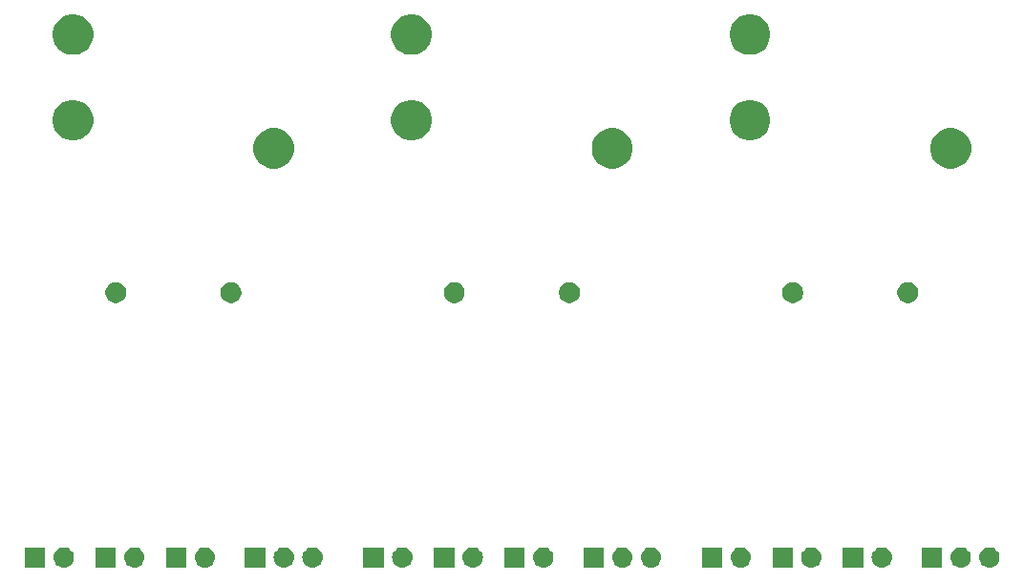
<source format=gbs>
G04 #@! TF.GenerationSoftware,KiCad,Pcbnew,(5.1.4)-1*
G04 #@! TF.CreationDate,2021-09-06T11:03:46-04:00*
G04 #@! TF.ProjectId,relay_array,72656c61-795f-4617-9272-61792e6b6963,rev?*
G04 #@! TF.SameCoordinates,Original*
G04 #@! TF.FileFunction,Soldermask,Bot*
G04 #@! TF.FilePolarity,Negative*
%FSLAX46Y46*%
G04 Gerber Fmt 4.6, Leading zero omitted, Abs format (unit mm)*
G04 Created by KiCad (PCBNEW (5.1.4)-1) date 2021-09-06 11:03:46*
%MOMM*%
%LPD*%
G04 APERTURE LIST*
%ADD10C,0.100000*%
G04 APERTURE END LIST*
D10*
G36*
X134901000Y-136901000D02*
G01*
X133099000Y-136901000D01*
X133099000Y-135099000D01*
X134901000Y-135099000D01*
X134901000Y-136901000D01*
X134901000Y-136901000D01*
G37*
G36*
X207401000Y-136901000D02*
G01*
X205599000Y-136901000D01*
X205599000Y-135099000D01*
X207401000Y-135099000D01*
X207401000Y-136901000D01*
X207401000Y-136901000D01*
G37*
G36*
X209150442Y-135105518D02*
G01*
X209216627Y-135112037D01*
X209386466Y-135163557D01*
X209542991Y-135247222D01*
X209578729Y-135276552D01*
X209680186Y-135359814D01*
X209763448Y-135461271D01*
X209792778Y-135497009D01*
X209876443Y-135653534D01*
X209927963Y-135823373D01*
X209945359Y-136000000D01*
X209927963Y-136176627D01*
X209876443Y-136346466D01*
X209792778Y-136502991D01*
X209763448Y-136538729D01*
X209680186Y-136640186D01*
X209578729Y-136723448D01*
X209542991Y-136752778D01*
X209386466Y-136836443D01*
X209216627Y-136887963D01*
X209150442Y-136894482D01*
X209084260Y-136901000D01*
X208995740Y-136901000D01*
X208929558Y-136894482D01*
X208863373Y-136887963D01*
X208693534Y-136836443D01*
X208537009Y-136752778D01*
X208501271Y-136723448D01*
X208399814Y-136640186D01*
X208316552Y-136538729D01*
X208287222Y-136502991D01*
X208203557Y-136346466D01*
X208152037Y-136176627D01*
X208134641Y-136000000D01*
X208152037Y-135823373D01*
X208203557Y-135653534D01*
X208287222Y-135497009D01*
X208316552Y-135461271D01*
X208399814Y-135359814D01*
X208501271Y-135276552D01*
X208537009Y-135247222D01*
X208693534Y-135163557D01*
X208863373Y-135112037D01*
X208929558Y-135105518D01*
X208995740Y-135099000D01*
X209084260Y-135099000D01*
X209150442Y-135105518D01*
X209150442Y-135105518D01*
G37*
G36*
X214401000Y-136901000D02*
G01*
X212599000Y-136901000D01*
X212599000Y-135099000D01*
X214401000Y-135099000D01*
X214401000Y-136901000D01*
X214401000Y-136901000D01*
G37*
G36*
X202900442Y-135105518D02*
G01*
X202966627Y-135112037D01*
X203136466Y-135163557D01*
X203292991Y-135247222D01*
X203328729Y-135276552D01*
X203430186Y-135359814D01*
X203513448Y-135461271D01*
X203542778Y-135497009D01*
X203626443Y-135653534D01*
X203677963Y-135823373D01*
X203695359Y-136000000D01*
X203677963Y-136176627D01*
X203626443Y-136346466D01*
X203542778Y-136502991D01*
X203513448Y-136538729D01*
X203430186Y-136640186D01*
X203328729Y-136723448D01*
X203292991Y-136752778D01*
X203136466Y-136836443D01*
X202966627Y-136887963D01*
X202900442Y-136894482D01*
X202834260Y-136901000D01*
X202745740Y-136901000D01*
X202679558Y-136894482D01*
X202613373Y-136887963D01*
X202443534Y-136836443D01*
X202287009Y-136752778D01*
X202251271Y-136723448D01*
X202149814Y-136640186D01*
X202066552Y-136538729D01*
X202037222Y-136502991D01*
X201953557Y-136346466D01*
X201902037Y-136176627D01*
X201884641Y-136000000D01*
X201902037Y-135823373D01*
X201953557Y-135653534D01*
X202037222Y-135497009D01*
X202066552Y-135461271D01*
X202149814Y-135359814D01*
X202251271Y-135276552D01*
X202287009Y-135247222D01*
X202443534Y-135163557D01*
X202613373Y-135112037D01*
X202679558Y-135105518D01*
X202745740Y-135099000D01*
X202834260Y-135099000D01*
X202900442Y-135105518D01*
X202900442Y-135105518D01*
G37*
G36*
X201151000Y-136901000D02*
G01*
X199349000Y-136901000D01*
X199349000Y-135099000D01*
X201151000Y-135099000D01*
X201151000Y-136901000D01*
X201151000Y-136901000D01*
G37*
G36*
X196650442Y-135105518D02*
G01*
X196716627Y-135112037D01*
X196886466Y-135163557D01*
X197042991Y-135247222D01*
X197078729Y-135276552D01*
X197180186Y-135359814D01*
X197263448Y-135461271D01*
X197292778Y-135497009D01*
X197376443Y-135653534D01*
X197427963Y-135823373D01*
X197445359Y-136000000D01*
X197427963Y-136176627D01*
X197376443Y-136346466D01*
X197292778Y-136502991D01*
X197263448Y-136538729D01*
X197180186Y-136640186D01*
X197078729Y-136723448D01*
X197042991Y-136752778D01*
X196886466Y-136836443D01*
X196716627Y-136887963D01*
X196650442Y-136894482D01*
X196584260Y-136901000D01*
X196495740Y-136901000D01*
X196429558Y-136894482D01*
X196363373Y-136887963D01*
X196193534Y-136836443D01*
X196037009Y-136752778D01*
X196001271Y-136723448D01*
X195899814Y-136640186D01*
X195816552Y-136538729D01*
X195787222Y-136502991D01*
X195703557Y-136346466D01*
X195652037Y-136176627D01*
X195634641Y-136000000D01*
X195652037Y-135823373D01*
X195703557Y-135653534D01*
X195787222Y-135497009D01*
X195816552Y-135461271D01*
X195899814Y-135359814D01*
X196001271Y-135276552D01*
X196037009Y-135247222D01*
X196193534Y-135163557D01*
X196363373Y-135112037D01*
X196429558Y-135105518D01*
X196495740Y-135099000D01*
X196584260Y-135099000D01*
X196650442Y-135105518D01*
X196650442Y-135105518D01*
G37*
G36*
X194901000Y-136901000D02*
G01*
X193099000Y-136901000D01*
X193099000Y-135099000D01*
X194901000Y-135099000D01*
X194901000Y-136901000D01*
X194901000Y-136901000D01*
G37*
G36*
X188690442Y-135105518D02*
G01*
X188756627Y-135112037D01*
X188926466Y-135163557D01*
X189082991Y-135247222D01*
X189118729Y-135276552D01*
X189220186Y-135359814D01*
X189303448Y-135461271D01*
X189332778Y-135497009D01*
X189416443Y-135653534D01*
X189467963Y-135823373D01*
X189485359Y-136000000D01*
X189467963Y-136176627D01*
X189416443Y-136346466D01*
X189332778Y-136502991D01*
X189303448Y-136538729D01*
X189220186Y-136640186D01*
X189118729Y-136723448D01*
X189082991Y-136752778D01*
X188926466Y-136836443D01*
X188756627Y-136887963D01*
X188690442Y-136894482D01*
X188624260Y-136901000D01*
X188535740Y-136901000D01*
X188469558Y-136894482D01*
X188403373Y-136887963D01*
X188233534Y-136836443D01*
X188077009Y-136752778D01*
X188041271Y-136723448D01*
X187939814Y-136640186D01*
X187856552Y-136538729D01*
X187827222Y-136502991D01*
X187743557Y-136346466D01*
X187692037Y-136176627D01*
X187674641Y-136000000D01*
X187692037Y-135823373D01*
X187743557Y-135653534D01*
X187827222Y-135497009D01*
X187856552Y-135461271D01*
X187939814Y-135359814D01*
X188041271Y-135276552D01*
X188077009Y-135247222D01*
X188233534Y-135163557D01*
X188403373Y-135112037D01*
X188469558Y-135105518D01*
X188535740Y-135099000D01*
X188624260Y-135099000D01*
X188690442Y-135105518D01*
X188690442Y-135105518D01*
G37*
G36*
X186150442Y-135105518D02*
G01*
X186216627Y-135112037D01*
X186386466Y-135163557D01*
X186542991Y-135247222D01*
X186578729Y-135276552D01*
X186680186Y-135359814D01*
X186763448Y-135461271D01*
X186792778Y-135497009D01*
X186876443Y-135653534D01*
X186927963Y-135823373D01*
X186945359Y-136000000D01*
X186927963Y-136176627D01*
X186876443Y-136346466D01*
X186792778Y-136502991D01*
X186763448Y-136538729D01*
X186680186Y-136640186D01*
X186578729Y-136723448D01*
X186542991Y-136752778D01*
X186386466Y-136836443D01*
X186216627Y-136887963D01*
X186150442Y-136894482D01*
X186084260Y-136901000D01*
X185995740Y-136901000D01*
X185929558Y-136894482D01*
X185863373Y-136887963D01*
X185693534Y-136836443D01*
X185537009Y-136752778D01*
X185501271Y-136723448D01*
X185399814Y-136640186D01*
X185316552Y-136538729D01*
X185287222Y-136502991D01*
X185203557Y-136346466D01*
X185152037Y-136176627D01*
X185134641Y-136000000D01*
X185152037Y-135823373D01*
X185203557Y-135653534D01*
X185287222Y-135497009D01*
X185316552Y-135461271D01*
X185399814Y-135359814D01*
X185501271Y-135276552D01*
X185537009Y-135247222D01*
X185693534Y-135163557D01*
X185863373Y-135112037D01*
X185929558Y-135105518D01*
X185995740Y-135099000D01*
X186084260Y-135099000D01*
X186150442Y-135105518D01*
X186150442Y-135105518D01*
G37*
G36*
X184401000Y-136901000D02*
G01*
X182599000Y-136901000D01*
X182599000Y-135099000D01*
X184401000Y-135099000D01*
X184401000Y-136901000D01*
X184401000Y-136901000D01*
G37*
G36*
X179150442Y-135105518D02*
G01*
X179216627Y-135112037D01*
X179386466Y-135163557D01*
X179542991Y-135247222D01*
X179578729Y-135276552D01*
X179680186Y-135359814D01*
X179763448Y-135461271D01*
X179792778Y-135497009D01*
X179876443Y-135653534D01*
X179927963Y-135823373D01*
X179945359Y-136000000D01*
X179927963Y-136176627D01*
X179876443Y-136346466D01*
X179792778Y-136502991D01*
X179763448Y-136538729D01*
X179680186Y-136640186D01*
X179578729Y-136723448D01*
X179542991Y-136752778D01*
X179386466Y-136836443D01*
X179216627Y-136887963D01*
X179150442Y-136894482D01*
X179084260Y-136901000D01*
X178995740Y-136901000D01*
X178929558Y-136894482D01*
X178863373Y-136887963D01*
X178693534Y-136836443D01*
X178537009Y-136752778D01*
X178501271Y-136723448D01*
X178399814Y-136640186D01*
X178316552Y-136538729D01*
X178287222Y-136502991D01*
X178203557Y-136346466D01*
X178152037Y-136176627D01*
X178134641Y-136000000D01*
X178152037Y-135823373D01*
X178203557Y-135653534D01*
X178287222Y-135497009D01*
X178316552Y-135461271D01*
X178399814Y-135359814D01*
X178501271Y-135276552D01*
X178537009Y-135247222D01*
X178693534Y-135163557D01*
X178863373Y-135112037D01*
X178929558Y-135105518D01*
X178995740Y-135099000D01*
X179084260Y-135099000D01*
X179150442Y-135105518D01*
X179150442Y-135105518D01*
G37*
G36*
X216150442Y-135105518D02*
G01*
X216216627Y-135112037D01*
X216386466Y-135163557D01*
X216542991Y-135247222D01*
X216578729Y-135276552D01*
X216680186Y-135359814D01*
X216763448Y-135461271D01*
X216792778Y-135497009D01*
X216876443Y-135653534D01*
X216927963Y-135823373D01*
X216945359Y-136000000D01*
X216927963Y-136176627D01*
X216876443Y-136346466D01*
X216792778Y-136502991D01*
X216763448Y-136538729D01*
X216680186Y-136640186D01*
X216578729Y-136723448D01*
X216542991Y-136752778D01*
X216386466Y-136836443D01*
X216216627Y-136887963D01*
X216150442Y-136894482D01*
X216084260Y-136901000D01*
X215995740Y-136901000D01*
X215929558Y-136894482D01*
X215863373Y-136887963D01*
X215693534Y-136836443D01*
X215537009Y-136752778D01*
X215501271Y-136723448D01*
X215399814Y-136640186D01*
X215316552Y-136538729D01*
X215287222Y-136502991D01*
X215203557Y-136346466D01*
X215152037Y-136176627D01*
X215134641Y-136000000D01*
X215152037Y-135823373D01*
X215203557Y-135653534D01*
X215287222Y-135497009D01*
X215316552Y-135461271D01*
X215399814Y-135359814D01*
X215501271Y-135276552D01*
X215537009Y-135247222D01*
X215693534Y-135163557D01*
X215863373Y-135112037D01*
X215929558Y-135105518D01*
X215995740Y-135099000D01*
X216084260Y-135099000D01*
X216150442Y-135105518D01*
X216150442Y-135105518D01*
G37*
G36*
X218690442Y-135105518D02*
G01*
X218756627Y-135112037D01*
X218926466Y-135163557D01*
X219082991Y-135247222D01*
X219118729Y-135276552D01*
X219220186Y-135359814D01*
X219303448Y-135461271D01*
X219332778Y-135497009D01*
X219416443Y-135653534D01*
X219467963Y-135823373D01*
X219485359Y-136000000D01*
X219467963Y-136176627D01*
X219416443Y-136346466D01*
X219332778Y-136502991D01*
X219303448Y-136538729D01*
X219220186Y-136640186D01*
X219118729Y-136723448D01*
X219082991Y-136752778D01*
X218926466Y-136836443D01*
X218756627Y-136887963D01*
X218690442Y-136894482D01*
X218624260Y-136901000D01*
X218535740Y-136901000D01*
X218469558Y-136894482D01*
X218403373Y-136887963D01*
X218233534Y-136836443D01*
X218077009Y-136752778D01*
X218041271Y-136723448D01*
X217939814Y-136640186D01*
X217856552Y-136538729D01*
X217827222Y-136502991D01*
X217743557Y-136346466D01*
X217692037Y-136176627D01*
X217674641Y-136000000D01*
X217692037Y-135823373D01*
X217743557Y-135653534D01*
X217827222Y-135497009D01*
X217856552Y-135461271D01*
X217939814Y-135359814D01*
X218041271Y-135276552D01*
X218077009Y-135247222D01*
X218233534Y-135163557D01*
X218403373Y-135112037D01*
X218469558Y-135105518D01*
X218535740Y-135099000D01*
X218624260Y-135099000D01*
X218690442Y-135105518D01*
X218690442Y-135105518D01*
G37*
G36*
X171151000Y-136901000D02*
G01*
X169349000Y-136901000D01*
X169349000Y-135099000D01*
X171151000Y-135099000D01*
X171151000Y-136901000D01*
X171151000Y-136901000D01*
G37*
G36*
X166650442Y-135105518D02*
G01*
X166716627Y-135112037D01*
X166886466Y-135163557D01*
X167042991Y-135247222D01*
X167078729Y-135276552D01*
X167180186Y-135359814D01*
X167263448Y-135461271D01*
X167292778Y-135497009D01*
X167376443Y-135653534D01*
X167427963Y-135823373D01*
X167445359Y-136000000D01*
X167427963Y-136176627D01*
X167376443Y-136346466D01*
X167292778Y-136502991D01*
X167263448Y-136538729D01*
X167180186Y-136640186D01*
X167078729Y-136723448D01*
X167042991Y-136752778D01*
X166886466Y-136836443D01*
X166716627Y-136887963D01*
X166650442Y-136894482D01*
X166584260Y-136901000D01*
X166495740Y-136901000D01*
X166429558Y-136894482D01*
X166363373Y-136887963D01*
X166193534Y-136836443D01*
X166037009Y-136752778D01*
X166001271Y-136723448D01*
X165899814Y-136640186D01*
X165816552Y-136538729D01*
X165787222Y-136502991D01*
X165703557Y-136346466D01*
X165652037Y-136176627D01*
X165634641Y-136000000D01*
X165652037Y-135823373D01*
X165703557Y-135653534D01*
X165787222Y-135497009D01*
X165816552Y-135461271D01*
X165899814Y-135359814D01*
X166001271Y-135276552D01*
X166037009Y-135247222D01*
X166193534Y-135163557D01*
X166363373Y-135112037D01*
X166429558Y-135105518D01*
X166495740Y-135099000D01*
X166584260Y-135099000D01*
X166650442Y-135105518D01*
X166650442Y-135105518D01*
G37*
G36*
X164901000Y-136901000D02*
G01*
X163099000Y-136901000D01*
X163099000Y-135099000D01*
X164901000Y-135099000D01*
X164901000Y-136901000D01*
X164901000Y-136901000D01*
G37*
G36*
X158690442Y-135105518D02*
G01*
X158756627Y-135112037D01*
X158926466Y-135163557D01*
X159082991Y-135247222D01*
X159118729Y-135276552D01*
X159220186Y-135359814D01*
X159303448Y-135461271D01*
X159332778Y-135497009D01*
X159416443Y-135653534D01*
X159467963Y-135823373D01*
X159485359Y-136000000D01*
X159467963Y-136176627D01*
X159416443Y-136346466D01*
X159332778Y-136502991D01*
X159303448Y-136538729D01*
X159220186Y-136640186D01*
X159118729Y-136723448D01*
X159082991Y-136752778D01*
X158926466Y-136836443D01*
X158756627Y-136887963D01*
X158690442Y-136894482D01*
X158624260Y-136901000D01*
X158535740Y-136901000D01*
X158469558Y-136894482D01*
X158403373Y-136887963D01*
X158233534Y-136836443D01*
X158077009Y-136752778D01*
X158041271Y-136723448D01*
X157939814Y-136640186D01*
X157856552Y-136538729D01*
X157827222Y-136502991D01*
X157743557Y-136346466D01*
X157692037Y-136176627D01*
X157674641Y-136000000D01*
X157692037Y-135823373D01*
X157743557Y-135653534D01*
X157827222Y-135497009D01*
X157856552Y-135461271D01*
X157939814Y-135359814D01*
X158041271Y-135276552D01*
X158077009Y-135247222D01*
X158233534Y-135163557D01*
X158403373Y-135112037D01*
X158469558Y-135105518D01*
X158535740Y-135099000D01*
X158624260Y-135099000D01*
X158690442Y-135105518D01*
X158690442Y-135105518D01*
G37*
G36*
X156150442Y-135105518D02*
G01*
X156216627Y-135112037D01*
X156386466Y-135163557D01*
X156542991Y-135247222D01*
X156578729Y-135276552D01*
X156680186Y-135359814D01*
X156763448Y-135461271D01*
X156792778Y-135497009D01*
X156876443Y-135653534D01*
X156927963Y-135823373D01*
X156945359Y-136000000D01*
X156927963Y-136176627D01*
X156876443Y-136346466D01*
X156792778Y-136502991D01*
X156763448Y-136538729D01*
X156680186Y-136640186D01*
X156578729Y-136723448D01*
X156542991Y-136752778D01*
X156386466Y-136836443D01*
X156216627Y-136887963D01*
X156150442Y-136894482D01*
X156084260Y-136901000D01*
X155995740Y-136901000D01*
X155929558Y-136894482D01*
X155863373Y-136887963D01*
X155693534Y-136836443D01*
X155537009Y-136752778D01*
X155501271Y-136723448D01*
X155399814Y-136640186D01*
X155316552Y-136538729D01*
X155287222Y-136502991D01*
X155203557Y-136346466D01*
X155152037Y-136176627D01*
X155134641Y-136000000D01*
X155152037Y-135823373D01*
X155203557Y-135653534D01*
X155287222Y-135497009D01*
X155316552Y-135461271D01*
X155399814Y-135359814D01*
X155501271Y-135276552D01*
X155537009Y-135247222D01*
X155693534Y-135163557D01*
X155863373Y-135112037D01*
X155929558Y-135105518D01*
X155995740Y-135099000D01*
X156084260Y-135099000D01*
X156150442Y-135105518D01*
X156150442Y-135105518D01*
G37*
G36*
X154401000Y-136901000D02*
G01*
X152599000Y-136901000D01*
X152599000Y-135099000D01*
X154401000Y-135099000D01*
X154401000Y-136901000D01*
X154401000Y-136901000D01*
G37*
G36*
X149150442Y-135105518D02*
G01*
X149216627Y-135112037D01*
X149386466Y-135163557D01*
X149542991Y-135247222D01*
X149578729Y-135276552D01*
X149680186Y-135359814D01*
X149763448Y-135461271D01*
X149792778Y-135497009D01*
X149876443Y-135653534D01*
X149927963Y-135823373D01*
X149945359Y-136000000D01*
X149927963Y-136176627D01*
X149876443Y-136346466D01*
X149792778Y-136502991D01*
X149763448Y-136538729D01*
X149680186Y-136640186D01*
X149578729Y-136723448D01*
X149542991Y-136752778D01*
X149386466Y-136836443D01*
X149216627Y-136887963D01*
X149150442Y-136894482D01*
X149084260Y-136901000D01*
X148995740Y-136901000D01*
X148929558Y-136894482D01*
X148863373Y-136887963D01*
X148693534Y-136836443D01*
X148537009Y-136752778D01*
X148501271Y-136723448D01*
X148399814Y-136640186D01*
X148316552Y-136538729D01*
X148287222Y-136502991D01*
X148203557Y-136346466D01*
X148152037Y-136176627D01*
X148134641Y-136000000D01*
X148152037Y-135823373D01*
X148203557Y-135653534D01*
X148287222Y-135497009D01*
X148316552Y-135461271D01*
X148399814Y-135359814D01*
X148501271Y-135276552D01*
X148537009Y-135247222D01*
X148693534Y-135163557D01*
X148863373Y-135112037D01*
X148929558Y-135105518D01*
X148995740Y-135099000D01*
X149084260Y-135099000D01*
X149150442Y-135105518D01*
X149150442Y-135105518D01*
G37*
G36*
X147401000Y-136901000D02*
G01*
X145599000Y-136901000D01*
X145599000Y-135099000D01*
X147401000Y-135099000D01*
X147401000Y-136901000D01*
X147401000Y-136901000D01*
G37*
G36*
X142900442Y-135105518D02*
G01*
X142966627Y-135112037D01*
X143136466Y-135163557D01*
X143292991Y-135247222D01*
X143328729Y-135276552D01*
X143430186Y-135359814D01*
X143513448Y-135461271D01*
X143542778Y-135497009D01*
X143626443Y-135653534D01*
X143677963Y-135823373D01*
X143695359Y-136000000D01*
X143677963Y-136176627D01*
X143626443Y-136346466D01*
X143542778Y-136502991D01*
X143513448Y-136538729D01*
X143430186Y-136640186D01*
X143328729Y-136723448D01*
X143292991Y-136752778D01*
X143136466Y-136836443D01*
X142966627Y-136887963D01*
X142900442Y-136894482D01*
X142834260Y-136901000D01*
X142745740Y-136901000D01*
X142679558Y-136894482D01*
X142613373Y-136887963D01*
X142443534Y-136836443D01*
X142287009Y-136752778D01*
X142251271Y-136723448D01*
X142149814Y-136640186D01*
X142066552Y-136538729D01*
X142037222Y-136502991D01*
X141953557Y-136346466D01*
X141902037Y-136176627D01*
X141884641Y-136000000D01*
X141902037Y-135823373D01*
X141953557Y-135653534D01*
X142037222Y-135497009D01*
X142066552Y-135461271D01*
X142149814Y-135359814D01*
X142251271Y-135276552D01*
X142287009Y-135247222D01*
X142443534Y-135163557D01*
X142613373Y-135112037D01*
X142679558Y-135105518D01*
X142745740Y-135099000D01*
X142834260Y-135099000D01*
X142900442Y-135105518D01*
X142900442Y-135105518D01*
G37*
G36*
X141151000Y-136901000D02*
G01*
X139349000Y-136901000D01*
X139349000Y-135099000D01*
X141151000Y-135099000D01*
X141151000Y-136901000D01*
X141151000Y-136901000D01*
G37*
G36*
X136650442Y-135105518D02*
G01*
X136716627Y-135112037D01*
X136886466Y-135163557D01*
X137042991Y-135247222D01*
X137078729Y-135276552D01*
X137180186Y-135359814D01*
X137263448Y-135461271D01*
X137292778Y-135497009D01*
X137376443Y-135653534D01*
X137427963Y-135823373D01*
X137445359Y-136000000D01*
X137427963Y-136176627D01*
X137376443Y-136346466D01*
X137292778Y-136502991D01*
X137263448Y-136538729D01*
X137180186Y-136640186D01*
X137078729Y-136723448D01*
X137042991Y-136752778D01*
X136886466Y-136836443D01*
X136716627Y-136887963D01*
X136650442Y-136894482D01*
X136584260Y-136901000D01*
X136495740Y-136901000D01*
X136429558Y-136894482D01*
X136363373Y-136887963D01*
X136193534Y-136836443D01*
X136037009Y-136752778D01*
X136001271Y-136723448D01*
X135899814Y-136640186D01*
X135816552Y-136538729D01*
X135787222Y-136502991D01*
X135703557Y-136346466D01*
X135652037Y-136176627D01*
X135634641Y-136000000D01*
X135652037Y-135823373D01*
X135703557Y-135653534D01*
X135787222Y-135497009D01*
X135816552Y-135461271D01*
X135899814Y-135359814D01*
X136001271Y-135276552D01*
X136037009Y-135247222D01*
X136193534Y-135163557D01*
X136363373Y-135112037D01*
X136429558Y-135105518D01*
X136495740Y-135099000D01*
X136584260Y-135099000D01*
X136650442Y-135105518D01*
X136650442Y-135105518D01*
G37*
G36*
X177401000Y-136901000D02*
G01*
X175599000Y-136901000D01*
X175599000Y-135099000D01*
X177401000Y-135099000D01*
X177401000Y-136901000D01*
X177401000Y-136901000D01*
G37*
G36*
X172900442Y-135105518D02*
G01*
X172966627Y-135112037D01*
X173136466Y-135163557D01*
X173292991Y-135247222D01*
X173328729Y-135276552D01*
X173430186Y-135359814D01*
X173513448Y-135461271D01*
X173542778Y-135497009D01*
X173626443Y-135653534D01*
X173677963Y-135823373D01*
X173695359Y-136000000D01*
X173677963Y-136176627D01*
X173626443Y-136346466D01*
X173542778Y-136502991D01*
X173513448Y-136538729D01*
X173430186Y-136640186D01*
X173328729Y-136723448D01*
X173292991Y-136752778D01*
X173136466Y-136836443D01*
X172966627Y-136887963D01*
X172900442Y-136894482D01*
X172834260Y-136901000D01*
X172745740Y-136901000D01*
X172679558Y-136894482D01*
X172613373Y-136887963D01*
X172443534Y-136836443D01*
X172287009Y-136752778D01*
X172251271Y-136723448D01*
X172149814Y-136640186D01*
X172066552Y-136538729D01*
X172037222Y-136502991D01*
X171953557Y-136346466D01*
X171902037Y-136176627D01*
X171884641Y-136000000D01*
X171902037Y-135823373D01*
X171953557Y-135653534D01*
X172037222Y-135497009D01*
X172066552Y-135461271D01*
X172149814Y-135359814D01*
X172251271Y-135276552D01*
X172287009Y-135247222D01*
X172443534Y-135163557D01*
X172613373Y-135112037D01*
X172679558Y-135105518D01*
X172745740Y-135099000D01*
X172834260Y-135099000D01*
X172900442Y-135105518D01*
X172900442Y-135105518D01*
G37*
G36*
X151620104Y-111609585D02*
G01*
X151788626Y-111679389D01*
X151940291Y-111780728D01*
X152069272Y-111909709D01*
X152170611Y-112061374D01*
X152240415Y-112229896D01*
X152276000Y-112408797D01*
X152276000Y-112591203D01*
X152240415Y-112770104D01*
X152170611Y-112938626D01*
X152069272Y-113090291D01*
X151940291Y-113219272D01*
X151788626Y-113320611D01*
X151620104Y-113390415D01*
X151441203Y-113426000D01*
X151258797Y-113426000D01*
X151079896Y-113390415D01*
X150911374Y-113320611D01*
X150759709Y-113219272D01*
X150630728Y-113090291D01*
X150529389Y-112938626D01*
X150459585Y-112770104D01*
X150424000Y-112591203D01*
X150424000Y-112408797D01*
X150459585Y-112229896D01*
X150529389Y-112061374D01*
X150630728Y-111909709D01*
X150759709Y-111780728D01*
X150911374Y-111679389D01*
X151079896Y-111609585D01*
X151258797Y-111574000D01*
X151441203Y-111574000D01*
X151620104Y-111609585D01*
X151620104Y-111609585D01*
G37*
G36*
X201420104Y-111609585D02*
G01*
X201588626Y-111679389D01*
X201740291Y-111780728D01*
X201869272Y-111909709D01*
X201970611Y-112061374D01*
X202040415Y-112229896D01*
X202076000Y-112408797D01*
X202076000Y-112591203D01*
X202040415Y-112770104D01*
X201970611Y-112938626D01*
X201869272Y-113090291D01*
X201740291Y-113219272D01*
X201588626Y-113320611D01*
X201420104Y-113390415D01*
X201241203Y-113426000D01*
X201058797Y-113426000D01*
X200879896Y-113390415D01*
X200711374Y-113320611D01*
X200559709Y-113219272D01*
X200430728Y-113090291D01*
X200329389Y-112938626D01*
X200259585Y-112770104D01*
X200224000Y-112591203D01*
X200224000Y-112408797D01*
X200259585Y-112229896D01*
X200329389Y-112061374D01*
X200430728Y-111909709D01*
X200559709Y-111780728D01*
X200711374Y-111679389D01*
X200879896Y-111609585D01*
X201058797Y-111574000D01*
X201241203Y-111574000D01*
X201420104Y-111609585D01*
X201420104Y-111609585D01*
G37*
G36*
X181620104Y-111609585D02*
G01*
X181788626Y-111679389D01*
X181940291Y-111780728D01*
X182069272Y-111909709D01*
X182170611Y-112061374D01*
X182240415Y-112229896D01*
X182276000Y-112408797D01*
X182276000Y-112591203D01*
X182240415Y-112770104D01*
X182170611Y-112938626D01*
X182069272Y-113090291D01*
X181940291Y-113219272D01*
X181788626Y-113320611D01*
X181620104Y-113390415D01*
X181441203Y-113426000D01*
X181258797Y-113426000D01*
X181079896Y-113390415D01*
X180911374Y-113320611D01*
X180759709Y-113219272D01*
X180630728Y-113090291D01*
X180529389Y-112938626D01*
X180459585Y-112770104D01*
X180424000Y-112591203D01*
X180424000Y-112408797D01*
X180459585Y-112229896D01*
X180529389Y-112061374D01*
X180630728Y-111909709D01*
X180759709Y-111780728D01*
X180911374Y-111679389D01*
X181079896Y-111609585D01*
X181258797Y-111574000D01*
X181441203Y-111574000D01*
X181620104Y-111609585D01*
X181620104Y-111609585D01*
G37*
G36*
X171420104Y-111609585D02*
G01*
X171588626Y-111679389D01*
X171740291Y-111780728D01*
X171869272Y-111909709D01*
X171970611Y-112061374D01*
X172040415Y-112229896D01*
X172076000Y-112408797D01*
X172076000Y-112591203D01*
X172040415Y-112770104D01*
X171970611Y-112938626D01*
X171869272Y-113090291D01*
X171740291Y-113219272D01*
X171588626Y-113320611D01*
X171420104Y-113390415D01*
X171241203Y-113426000D01*
X171058797Y-113426000D01*
X170879896Y-113390415D01*
X170711374Y-113320611D01*
X170559709Y-113219272D01*
X170430728Y-113090291D01*
X170329389Y-112938626D01*
X170259585Y-112770104D01*
X170224000Y-112591203D01*
X170224000Y-112408797D01*
X170259585Y-112229896D01*
X170329389Y-112061374D01*
X170430728Y-111909709D01*
X170559709Y-111780728D01*
X170711374Y-111679389D01*
X170879896Y-111609585D01*
X171058797Y-111574000D01*
X171241203Y-111574000D01*
X171420104Y-111609585D01*
X171420104Y-111609585D01*
G37*
G36*
X141420104Y-111609585D02*
G01*
X141588626Y-111679389D01*
X141740291Y-111780728D01*
X141869272Y-111909709D01*
X141970611Y-112061374D01*
X142040415Y-112229896D01*
X142076000Y-112408797D01*
X142076000Y-112591203D01*
X142040415Y-112770104D01*
X141970611Y-112938626D01*
X141869272Y-113090291D01*
X141740291Y-113219272D01*
X141588626Y-113320611D01*
X141420104Y-113390415D01*
X141241203Y-113426000D01*
X141058797Y-113426000D01*
X140879896Y-113390415D01*
X140711374Y-113320611D01*
X140559709Y-113219272D01*
X140430728Y-113090291D01*
X140329389Y-112938626D01*
X140259585Y-112770104D01*
X140224000Y-112591203D01*
X140224000Y-112408797D01*
X140259585Y-112229896D01*
X140329389Y-112061374D01*
X140430728Y-111909709D01*
X140559709Y-111780728D01*
X140711374Y-111679389D01*
X140879896Y-111609585D01*
X141058797Y-111574000D01*
X141241203Y-111574000D01*
X141420104Y-111609585D01*
X141420104Y-111609585D01*
G37*
G36*
X211620104Y-111609585D02*
G01*
X211788626Y-111679389D01*
X211940291Y-111780728D01*
X212069272Y-111909709D01*
X212170611Y-112061374D01*
X212240415Y-112229896D01*
X212276000Y-112408797D01*
X212276000Y-112591203D01*
X212240415Y-112770104D01*
X212170611Y-112938626D01*
X212069272Y-113090291D01*
X211940291Y-113219272D01*
X211788626Y-113320611D01*
X211620104Y-113390415D01*
X211441203Y-113426000D01*
X211258797Y-113426000D01*
X211079896Y-113390415D01*
X210911374Y-113320611D01*
X210759709Y-113219272D01*
X210630728Y-113090291D01*
X210529389Y-112938626D01*
X210459585Y-112770104D01*
X210424000Y-112591203D01*
X210424000Y-112408797D01*
X210459585Y-112229896D01*
X210529389Y-112061374D01*
X210630728Y-111909709D01*
X210759709Y-111780728D01*
X210911374Y-111679389D01*
X211079896Y-111609585D01*
X211258797Y-111574000D01*
X211441203Y-111574000D01*
X211620104Y-111609585D01*
X211620104Y-111609585D01*
G37*
G36*
X215675331Y-97968211D02*
G01*
X216003092Y-98103974D01*
X216298070Y-98301072D01*
X216548928Y-98551930D01*
X216746026Y-98846908D01*
X216881789Y-99174669D01*
X216951000Y-99522616D01*
X216951000Y-99877384D01*
X216881789Y-100225331D01*
X216746026Y-100553092D01*
X216548928Y-100848070D01*
X216298070Y-101098928D01*
X216003092Y-101296026D01*
X215675331Y-101431789D01*
X215327384Y-101501000D01*
X214972616Y-101501000D01*
X214624669Y-101431789D01*
X214296908Y-101296026D01*
X214001930Y-101098928D01*
X213751072Y-100848070D01*
X213553974Y-100553092D01*
X213418211Y-100225331D01*
X213349000Y-99877384D01*
X213349000Y-99522616D01*
X213418211Y-99174669D01*
X213553974Y-98846908D01*
X213751072Y-98551930D01*
X214001930Y-98301072D01*
X214296908Y-98103974D01*
X214624669Y-97968211D01*
X214972616Y-97899000D01*
X215327384Y-97899000D01*
X215675331Y-97968211D01*
X215675331Y-97968211D01*
G37*
G36*
X185675331Y-97968211D02*
G01*
X186003092Y-98103974D01*
X186298070Y-98301072D01*
X186548928Y-98551930D01*
X186746026Y-98846908D01*
X186881789Y-99174669D01*
X186951000Y-99522616D01*
X186951000Y-99877384D01*
X186881789Y-100225331D01*
X186746026Y-100553092D01*
X186548928Y-100848070D01*
X186298070Y-101098928D01*
X186003092Y-101296026D01*
X185675331Y-101431789D01*
X185327384Y-101501000D01*
X184972616Y-101501000D01*
X184624669Y-101431789D01*
X184296908Y-101296026D01*
X184001930Y-101098928D01*
X183751072Y-100848070D01*
X183553974Y-100553092D01*
X183418211Y-100225331D01*
X183349000Y-99877384D01*
X183349000Y-99522616D01*
X183418211Y-99174669D01*
X183553974Y-98846908D01*
X183751072Y-98551930D01*
X184001930Y-98301072D01*
X184296908Y-98103974D01*
X184624669Y-97968211D01*
X184972616Y-97899000D01*
X185327384Y-97899000D01*
X185675331Y-97968211D01*
X185675331Y-97968211D01*
G37*
G36*
X155675331Y-97968211D02*
G01*
X156003092Y-98103974D01*
X156298070Y-98301072D01*
X156548928Y-98551930D01*
X156746026Y-98846908D01*
X156881789Y-99174669D01*
X156951000Y-99522616D01*
X156951000Y-99877384D01*
X156881789Y-100225331D01*
X156746026Y-100553092D01*
X156548928Y-100848070D01*
X156298070Y-101098928D01*
X156003092Y-101296026D01*
X155675331Y-101431789D01*
X155327384Y-101501000D01*
X154972616Y-101501000D01*
X154624669Y-101431789D01*
X154296908Y-101296026D01*
X154001930Y-101098928D01*
X153751072Y-100848070D01*
X153553974Y-100553092D01*
X153418211Y-100225331D01*
X153349000Y-99877384D01*
X153349000Y-99522616D01*
X153418211Y-99174669D01*
X153553974Y-98846908D01*
X153751072Y-98551930D01*
X154001930Y-98301072D01*
X154296908Y-98103974D01*
X154624669Y-97968211D01*
X154972616Y-97899000D01*
X155327384Y-97899000D01*
X155675331Y-97968211D01*
X155675331Y-97968211D01*
G37*
G36*
X167875331Y-95468211D02*
G01*
X168203092Y-95603974D01*
X168498070Y-95801072D01*
X168748928Y-96051930D01*
X168946026Y-96346908D01*
X169081789Y-96674669D01*
X169151000Y-97022616D01*
X169151000Y-97377384D01*
X169081789Y-97725331D01*
X168946026Y-98053092D01*
X168748928Y-98348070D01*
X168498070Y-98598928D01*
X168203092Y-98796026D01*
X167875331Y-98931789D01*
X167527384Y-99001000D01*
X167172616Y-99001000D01*
X166824669Y-98931789D01*
X166496908Y-98796026D01*
X166201930Y-98598928D01*
X165951072Y-98348070D01*
X165753974Y-98053092D01*
X165618211Y-97725331D01*
X165549000Y-97377384D01*
X165549000Y-97022616D01*
X165618211Y-96674669D01*
X165753974Y-96346908D01*
X165951072Y-96051930D01*
X166201930Y-95801072D01*
X166496908Y-95603974D01*
X166824669Y-95468211D01*
X167172616Y-95399000D01*
X167527384Y-95399000D01*
X167875331Y-95468211D01*
X167875331Y-95468211D01*
G37*
G36*
X137875331Y-95468211D02*
G01*
X138203092Y-95603974D01*
X138498070Y-95801072D01*
X138748928Y-96051930D01*
X138946026Y-96346908D01*
X139081789Y-96674669D01*
X139151000Y-97022616D01*
X139151000Y-97377384D01*
X139081789Y-97725331D01*
X138946026Y-98053092D01*
X138748928Y-98348070D01*
X138498070Y-98598928D01*
X138203092Y-98796026D01*
X137875331Y-98931789D01*
X137527384Y-99001000D01*
X137172616Y-99001000D01*
X136824669Y-98931789D01*
X136496908Y-98796026D01*
X136201930Y-98598928D01*
X135951072Y-98348070D01*
X135753974Y-98053092D01*
X135618211Y-97725331D01*
X135549000Y-97377384D01*
X135549000Y-97022616D01*
X135618211Y-96674669D01*
X135753974Y-96346908D01*
X135951072Y-96051930D01*
X136201930Y-95801072D01*
X136496908Y-95603974D01*
X136824669Y-95468211D01*
X137172616Y-95399000D01*
X137527384Y-95399000D01*
X137875331Y-95468211D01*
X137875331Y-95468211D01*
G37*
G36*
X197875331Y-95468211D02*
G01*
X198203092Y-95603974D01*
X198498070Y-95801072D01*
X198748928Y-96051930D01*
X198946026Y-96346908D01*
X199081789Y-96674669D01*
X199151000Y-97022616D01*
X199151000Y-97377384D01*
X199081789Y-97725331D01*
X198946026Y-98053092D01*
X198748928Y-98348070D01*
X198498070Y-98598928D01*
X198203092Y-98796026D01*
X197875331Y-98931789D01*
X197527384Y-99001000D01*
X197172616Y-99001000D01*
X196824669Y-98931789D01*
X196496908Y-98796026D01*
X196201930Y-98598928D01*
X195951072Y-98348070D01*
X195753974Y-98053092D01*
X195618211Y-97725331D01*
X195549000Y-97377384D01*
X195549000Y-97022616D01*
X195618211Y-96674669D01*
X195753974Y-96346908D01*
X195951072Y-96051930D01*
X196201930Y-95801072D01*
X196496908Y-95603974D01*
X196824669Y-95468211D01*
X197172616Y-95399000D01*
X197527384Y-95399000D01*
X197875331Y-95468211D01*
X197875331Y-95468211D01*
G37*
G36*
X197875331Y-87868211D02*
G01*
X198203092Y-88003974D01*
X198498070Y-88201072D01*
X198748928Y-88451930D01*
X198946026Y-88746908D01*
X199081789Y-89074669D01*
X199151000Y-89422616D01*
X199151000Y-89777384D01*
X199081789Y-90125331D01*
X198946026Y-90453092D01*
X198748928Y-90748070D01*
X198498070Y-90998928D01*
X198203092Y-91196026D01*
X197875331Y-91331789D01*
X197527384Y-91401000D01*
X197172616Y-91401000D01*
X196824669Y-91331789D01*
X196496908Y-91196026D01*
X196201930Y-90998928D01*
X195951072Y-90748070D01*
X195753974Y-90453092D01*
X195618211Y-90125331D01*
X195549000Y-89777384D01*
X195549000Y-89422616D01*
X195618211Y-89074669D01*
X195753974Y-88746908D01*
X195951072Y-88451930D01*
X196201930Y-88201072D01*
X196496908Y-88003974D01*
X196824669Y-87868211D01*
X197172616Y-87799000D01*
X197527384Y-87799000D01*
X197875331Y-87868211D01*
X197875331Y-87868211D01*
G37*
G36*
X167875331Y-87868211D02*
G01*
X168203092Y-88003974D01*
X168498070Y-88201072D01*
X168748928Y-88451930D01*
X168946026Y-88746908D01*
X169081789Y-89074669D01*
X169151000Y-89422616D01*
X169151000Y-89777384D01*
X169081789Y-90125331D01*
X168946026Y-90453092D01*
X168748928Y-90748070D01*
X168498070Y-90998928D01*
X168203092Y-91196026D01*
X167875331Y-91331789D01*
X167527384Y-91401000D01*
X167172616Y-91401000D01*
X166824669Y-91331789D01*
X166496908Y-91196026D01*
X166201930Y-90998928D01*
X165951072Y-90748070D01*
X165753974Y-90453092D01*
X165618211Y-90125331D01*
X165549000Y-89777384D01*
X165549000Y-89422616D01*
X165618211Y-89074669D01*
X165753974Y-88746908D01*
X165951072Y-88451930D01*
X166201930Y-88201072D01*
X166496908Y-88003974D01*
X166824669Y-87868211D01*
X167172616Y-87799000D01*
X167527384Y-87799000D01*
X167875331Y-87868211D01*
X167875331Y-87868211D01*
G37*
G36*
X137875331Y-87868211D02*
G01*
X138203092Y-88003974D01*
X138498070Y-88201072D01*
X138748928Y-88451930D01*
X138946026Y-88746908D01*
X139081789Y-89074669D01*
X139151000Y-89422616D01*
X139151000Y-89777384D01*
X139081789Y-90125331D01*
X138946026Y-90453092D01*
X138748928Y-90748070D01*
X138498070Y-90998928D01*
X138203092Y-91196026D01*
X137875331Y-91331789D01*
X137527384Y-91401000D01*
X137172616Y-91401000D01*
X136824669Y-91331789D01*
X136496908Y-91196026D01*
X136201930Y-90998928D01*
X135951072Y-90748070D01*
X135753974Y-90453092D01*
X135618211Y-90125331D01*
X135549000Y-89777384D01*
X135549000Y-89422616D01*
X135618211Y-89074669D01*
X135753974Y-88746908D01*
X135951072Y-88451930D01*
X136201930Y-88201072D01*
X136496908Y-88003974D01*
X136824669Y-87868211D01*
X137172616Y-87799000D01*
X137527384Y-87799000D01*
X137875331Y-87868211D01*
X137875331Y-87868211D01*
G37*
M02*

</source>
